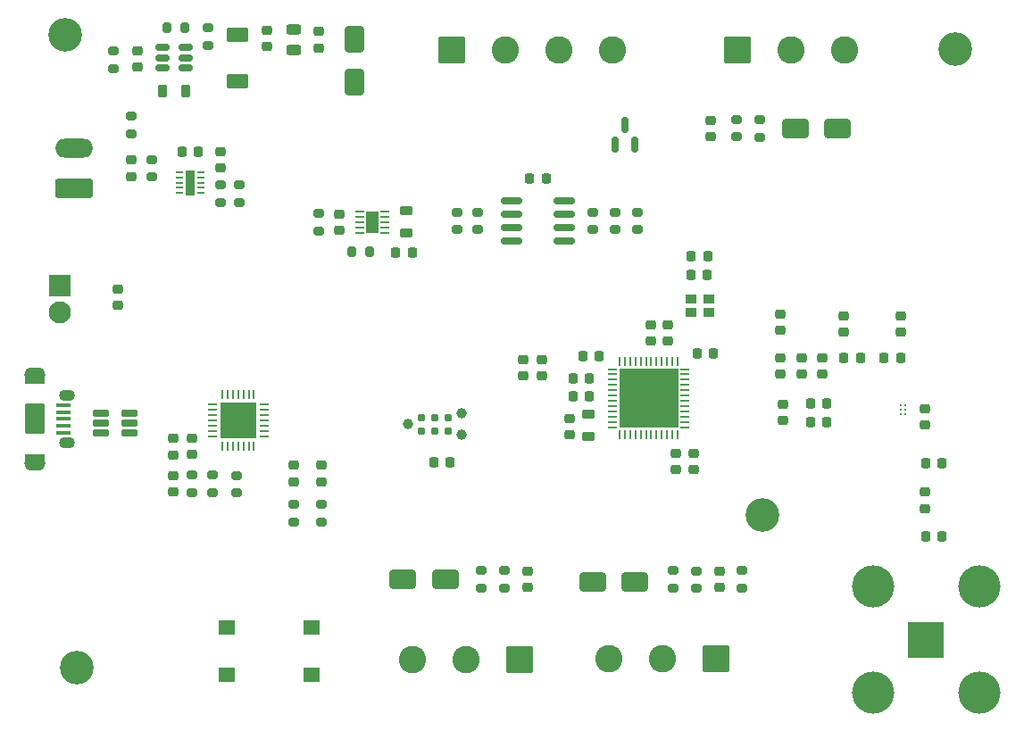
<source format=gbr>
%TF.GenerationSoftware,KiCad,Pcbnew,9.0.6*%
%TF.CreationDate,2025-12-23T13:53:16+01:00*%
%TF.ProjectId,demo wateranalyser,64656d6f-2077-4617-9465-72616e616c79,rev?*%
%TF.SameCoordinates,Original*%
%TF.FileFunction,Soldermask,Top*%
%TF.FilePolarity,Negative*%
%FSLAX46Y46*%
G04 Gerber Fmt 4.6, Leading zero omitted, Abs format (unit mm)*
G04 Created by KiCad (PCBNEW 9.0.6) date 2025-12-23 13:53:16*
%MOMM*%
%LPD*%
G01*
G04 APERTURE LIST*
G04 Aperture macros list*
%AMRoundRect*
0 Rectangle with rounded corners*
0 $1 Rounding radius*
0 $2 $3 $4 $5 $6 $7 $8 $9 X,Y pos of 4 corners*
0 Add a 4 corners polygon primitive as box body*
4,1,4,$2,$3,$4,$5,$6,$7,$8,$9,$2,$3,0*
0 Add four circle primitives for the rounded corners*
1,1,$1+$1,$2,$3*
1,1,$1+$1,$4,$5*
1,1,$1+$1,$6,$7*
1,1,$1+$1,$8,$9*
0 Add four rect primitives between the rounded corners*
20,1,$1+$1,$2,$3,$4,$5,0*
20,1,$1+$1,$4,$5,$6,$7,0*
20,1,$1+$1,$6,$7,$8,$9,0*
20,1,$1+$1,$8,$9,$2,$3,0*%
G04 Aperture macros list end*
%ADD10O,2.000000X1.400000*%
%ADD11R,1.900000X0.875000*%
%ADD12O,1.500000X1.100000*%
%ADD13RoundRect,0.250000X-0.700000X1.200000X-0.700000X-1.200000X0.700000X-1.200000X0.700000X1.200000X0*%
%ADD14RoundRect,0.100000X-0.575000X0.100000X-0.575000X-0.100000X0.575000X-0.100000X0.575000X0.100000X0*%
%ADD15C,3.200000*%
%ADD16RoundRect,0.218750X0.218750X0.256250X-0.218750X0.256250X-0.218750X-0.256250X0.218750X-0.256250X0*%
%ADD17RoundRect,0.250000X-1.050000X-1.050000X1.050000X-1.050000X1.050000X1.050000X-1.050000X1.050000X0*%
%ADD18C,2.600000*%
%ADD19RoundRect,0.200000X-0.275000X0.200000X-0.275000X-0.200000X0.275000X-0.200000X0.275000X0.200000X0*%
%ADD20RoundRect,0.218750X-0.381250X0.218750X-0.381250X-0.218750X0.381250X-0.218750X0.381250X0.218750X0*%
%ADD21RoundRect,0.225000X0.250000X-0.225000X0.250000X0.225000X-0.250000X0.225000X-0.250000X-0.225000X0*%
%ADD22RoundRect,0.200000X0.275000X-0.200000X0.275000X0.200000X-0.275000X0.200000X-0.275000X-0.200000X0*%
%ADD23RoundRect,0.225000X-0.250000X0.225000X-0.250000X-0.225000X0.250000X-0.225000X0.250000X0.225000X0*%
%ADD24RoundRect,0.225000X0.225000X0.250000X-0.225000X0.250000X-0.225000X-0.250000X0.225000X-0.250000X0*%
%ADD25RoundRect,0.218750X-0.218750X-0.381250X0.218750X-0.381250X0.218750X0.381250X-0.218750X0.381250X0*%
%ADD26RoundRect,0.250000X1.050000X1.050000X-1.050000X1.050000X-1.050000X-1.050000X1.050000X-1.050000X0*%
%ADD27RoundRect,0.218750X0.381250X-0.218750X0.381250X0.218750X-0.381250X0.218750X-0.381250X-0.218750X0*%
%ADD28RoundRect,0.250000X1.550000X-0.650000X1.550000X0.650000X-1.550000X0.650000X-1.550000X-0.650000X0*%
%ADD29O,3.600000X1.800000*%
%ADD30RoundRect,0.218750X-0.256250X0.218750X-0.256250X-0.218750X0.256250X-0.218750X0.256250X0.218750X0*%
%ADD31RoundRect,0.225000X-0.225000X-0.250000X0.225000X-0.250000X0.225000X0.250000X-0.225000X0.250000X0*%
%ADD32RoundRect,0.218750X0.256250X-0.218750X0.256250X0.218750X-0.256250X0.218750X-0.256250X-0.218750X0*%
%ADD33RoundRect,0.062500X-0.062500X-0.062500X0.062500X-0.062500X0.062500X0.062500X-0.062500X0.062500X0*%
%ADD34RoundRect,0.062500X-0.337500X-0.062500X0.337500X-0.062500X0.337500X0.062500X-0.337500X0.062500X0*%
%ADD35RoundRect,0.062500X-0.062500X-0.337500X0.062500X-0.337500X0.062500X0.337500X-0.062500X0.337500X0*%
%ADD36R,3.350000X3.350000*%
%ADD37RoundRect,0.150000X0.150000X-0.587500X0.150000X0.587500X-0.150000X0.587500X-0.150000X-0.587500X0*%
%ADD38RoundRect,0.250000X-1.000000X-0.650000X1.000000X-0.650000X1.000000X0.650000X-1.000000X0.650000X0*%
%ADD39RoundRect,0.062500X-0.350000X-0.062500X0.350000X-0.062500X0.350000X0.062500X-0.350000X0.062500X0*%
%ADD40R,1.200000X2.000000*%
%ADD41R,1.600000X1.400000*%
%ADD42RoundRect,0.200000X0.200000X0.275000X-0.200000X0.275000X-0.200000X-0.275000X0.200000X-0.275000X0*%
%ADD43RoundRect,0.150000X0.512500X0.150000X-0.512500X0.150000X-0.512500X-0.150000X0.512500X-0.150000X0*%
%ADD44C,0.990600*%
%ADD45C,0.787400*%
%ADD46RoundRect,0.250000X1.000000X0.650000X-1.000000X0.650000X-1.000000X-0.650000X1.000000X-0.650000X0*%
%ADD47RoundRect,0.243750X-0.456250X0.243750X-0.456250X-0.243750X0.456250X-0.243750X0.456250X0.243750X0*%
%ADD48RoundRect,0.162500X-0.617500X-0.162500X0.617500X-0.162500X0.617500X0.162500X-0.617500X0.162500X0*%
%ADD49RoundRect,0.250001X-0.799999X0.799999X-0.799999X-0.799999X0.799999X-0.799999X0.799999X0.799999X0*%
%ADD50C,2.100000*%
%ADD51RoundRect,0.218750X-0.218750X-0.256250X0.218750X-0.256250X0.218750X0.256250X-0.218750X0.256250X0*%
%ADD52RoundRect,0.062500X0.062500X-0.375000X0.062500X0.375000X-0.062500X0.375000X-0.062500X-0.375000X0*%
%ADD53RoundRect,0.062500X0.375000X-0.062500X0.375000X0.062500X-0.375000X0.062500X-0.375000X-0.062500X0*%
%ADD54R,5.600000X5.600000*%
%ADD55RoundRect,0.225000X0.325000X0.225000X-0.325000X0.225000X-0.325000X-0.225000X0.325000X-0.225000X0*%
%ADD56RoundRect,0.150000X-0.825000X-0.150000X0.825000X-0.150000X0.825000X0.150000X-0.825000X0.150000X0*%
%ADD57RoundRect,0.062500X-0.312500X-0.062500X0.312500X-0.062500X0.312500X0.062500X-0.312500X0.062500X0*%
%ADD58R,0.840000X2.400000*%
%ADD59R,3.500000X3.500000*%
%ADD60C,4.000000*%
%ADD61RoundRect,0.200000X-0.200000X-0.275000X0.200000X-0.275000X0.200000X0.275000X-0.200000X0.275000X0*%
%ADD62RoundRect,0.250000X-0.650000X1.000000X-0.650000X-1.000000X0.650000X-1.000000X0.650000X1.000000X0*%
%ADD63RoundRect,0.250000X-0.800000X0.450000X-0.800000X-0.450000X0.800000X-0.450000X0.800000X0.450000X0*%
G04 APERTURE END LIST*
D10*
%TO.C,J7*%
X127700000Y-62250000D03*
D11*
X127700000Y-61812500D03*
D12*
X130700000Y-60300000D03*
D13*
X127700000Y-58075000D03*
D12*
X130700000Y-55850000D03*
D11*
X127700000Y-54337500D03*
D10*
X127700000Y-53900000D03*
D14*
X130375000Y-56775000D03*
X130375000Y-57425000D03*
X130375000Y-58075000D03*
X130375000Y-58725000D03*
X130375000Y-59375000D03*
%TD*%
D15*
%TO.C,REF\u002A\u002A*%
X196700000Y-67200000D03*
%TD*%
D16*
%TO.C,FB3*%
X191500000Y-42600000D03*
X189925000Y-42600000D03*
%TD*%
D17*
%TO.C,J1*%
X167260000Y-23100000D03*
D18*
X172340000Y-23100000D03*
X177420000Y-23100000D03*
X182500000Y-23100000D03*
%TD*%
D19*
%TO.C,R23*%
X145300000Y-35875000D03*
X145300000Y-37525000D03*
%TD*%
D20*
%TO.C,L8*%
X162900000Y-38337500D03*
X162900000Y-40462500D03*
%TD*%
D21*
%TO.C,C32*%
X135600000Y-47275000D03*
X135600000Y-45725000D03*
%TD*%
D22*
%TO.C,R5*%
X167700000Y-40100000D03*
X167700000Y-38450000D03*
%TD*%
D19*
%TO.C,R20*%
X135100000Y-23175000D03*
X135100000Y-24825000D03*
%TD*%
D23*
%TO.C,C34*%
X149700000Y-21225000D03*
X149700000Y-22775000D03*
%TD*%
D22*
%TO.C,R15*%
X154850000Y-67850000D03*
X154850000Y-66200000D03*
%TD*%
%TO.C,R24*%
X138800000Y-35125000D03*
X138800000Y-33475000D03*
%TD*%
D24*
%TO.C,C6*%
X180300000Y-54200000D03*
X178750000Y-54200000D03*
%TD*%
D25*
%TO.C,L7*%
X139837500Y-27000000D03*
X141962500Y-27000000D03*
%TD*%
D26*
%TO.C,J3*%
X173700000Y-80900000D03*
D18*
X168620000Y-80900000D03*
X163540000Y-80900000D03*
%TD*%
D27*
%TO.C,L1*%
X180200000Y-59725000D03*
X180200000Y-57600000D03*
%TD*%
D28*
%TO.C,BT1*%
X131400000Y-36200000D03*
D29*
X131400000Y-32390000D03*
%TD*%
D19*
%TO.C,R27*%
X154600000Y-38575000D03*
X154600000Y-40225000D03*
%TD*%
D30*
%TO.C,D7*%
X154850000Y-62437500D03*
X154850000Y-64012500D03*
%TD*%
D23*
%TO.C,C4*%
X192600000Y-72525000D03*
X192600000Y-74075000D03*
%TD*%
D31*
%TO.C,C14*%
X165495000Y-62200000D03*
X167045000Y-62200000D03*
%TD*%
D15*
%TO.C,REF\u002A\u002A*%
X131700000Y-81700000D03*
%TD*%
D19*
%TO.C,R22*%
X136800000Y-29375000D03*
X136800000Y-31025000D03*
%TD*%
D17*
%TO.C,J2*%
X194340000Y-23100000D03*
D18*
X199420000Y-23100000D03*
X204500000Y-23100000D03*
%TD*%
D23*
%TO.C,C10*%
X142600000Y-59875000D03*
X142600000Y-61425000D03*
%TD*%
D32*
%TO.C,L3*%
X200400000Y-53850000D03*
X200400000Y-52275000D03*
%TD*%
D30*
%TO.C,FB2*%
X175800000Y-52425000D03*
X175800000Y-54000000D03*
%TD*%
D15*
%TO.C,REF\u002A\u002A*%
X215000000Y-23000000D03*
%TD*%
D22*
%TO.C,R19*%
X144100000Y-22625000D03*
X144100000Y-20975000D03*
%TD*%
%TO.C,R13*%
X146800000Y-65100000D03*
X146800000Y-63450000D03*
%TD*%
D33*
%TO.C,U4*%
X209800000Y-56800000D03*
X209800000Y-57200000D03*
X209800000Y-57600000D03*
X210200000Y-57600000D03*
X210200000Y-57200000D03*
X210200000Y-56800000D03*
%TD*%
D34*
%TO.C,U2*%
X144520000Y-56700000D03*
X144520000Y-57200000D03*
X144520000Y-57700000D03*
X144520000Y-58200000D03*
X144520000Y-58700000D03*
X144520000Y-59200000D03*
X144520000Y-59700000D03*
D35*
X145470000Y-60650000D03*
X145970000Y-60650000D03*
X146470000Y-60650000D03*
X146970000Y-60650000D03*
X147470000Y-60650000D03*
X147970000Y-60650000D03*
X148470000Y-60650000D03*
D34*
X149420000Y-59700000D03*
X149420000Y-59200000D03*
X149420000Y-58700000D03*
X149420000Y-58200000D03*
X149420000Y-57700000D03*
X149420000Y-57200000D03*
X149420000Y-56700000D03*
D35*
X148470000Y-55750000D03*
X147970000Y-55750000D03*
X147470000Y-55750000D03*
X146970000Y-55750000D03*
X146470000Y-55750000D03*
X145970000Y-55750000D03*
X145470000Y-55750000D03*
D36*
X146970000Y-58200000D03*
%TD*%
D19*
%TO.C,R7*%
X194225000Y-29677500D03*
X194225000Y-31327500D03*
%TD*%
D15*
%TO.C,REF\u002A\u002A*%
X130600000Y-21600000D03*
%TD*%
D37*
%TO.C,D2*%
X182700000Y-32072500D03*
X184600000Y-32072500D03*
X183650000Y-30197500D03*
%TD*%
D38*
%TO.C,D4*%
X162600000Y-73300000D03*
X166600000Y-73300000D03*
%TD*%
D39*
%TO.C,U7*%
X158487500Y-38400000D03*
X158487500Y-38900000D03*
X158487500Y-39400000D03*
X158487500Y-39900000D03*
X158487500Y-40400000D03*
X160912500Y-40400000D03*
X160912500Y-39900000D03*
X160912500Y-39400000D03*
X160912500Y-38900000D03*
X160912500Y-38400000D03*
D40*
X159700000Y-39400000D03*
%TD*%
D41*
%TO.C,SW1*%
X153900000Y-82350000D03*
X145900000Y-82350000D03*
X153900000Y-77850000D03*
X145900000Y-77850000D03*
%TD*%
D19*
%TO.C,R2*%
X182700000Y-38450000D03*
X182700000Y-40100000D03*
%TD*%
D42*
%TO.C,R21*%
X141900000Y-21000000D03*
X140250000Y-21000000D03*
%TD*%
D32*
%TO.C,FB1*%
X154600000Y-22875000D03*
X154600000Y-21300000D03*
%TD*%
D43*
%TO.C,U5*%
X142037500Y-24750000D03*
X142037500Y-23800000D03*
X142037500Y-22850000D03*
X139762500Y-22850000D03*
X139762500Y-23800000D03*
X139762500Y-24750000D03*
%TD*%
D31*
%TO.C,C38*%
X161925000Y-42300000D03*
X163475000Y-42300000D03*
%TD*%
D21*
%TO.C,C24*%
X204387500Y-49850000D03*
X204387500Y-48300000D03*
%TD*%
%TO.C,C16*%
X187700000Y-50700000D03*
X187700000Y-49150000D03*
%TD*%
%TO.C,C33*%
X137400000Y-24700000D03*
X137400000Y-23150000D03*
%TD*%
D23*
%TO.C,C19*%
X188500000Y-61325000D03*
X188500000Y-62875000D03*
%TD*%
%TO.C,C11*%
X178400000Y-58050000D03*
X178400000Y-59600000D03*
%TD*%
D44*
%TO.C,J5*%
X163060000Y-58565000D03*
X168140000Y-57549000D03*
X168140000Y-59581000D03*
D45*
X164330000Y-59200000D03*
X164330000Y-57930000D03*
X165600000Y-59200000D03*
X165600000Y-57930000D03*
X166870000Y-59200000D03*
X166870000Y-57930000D03*
%TD*%
D46*
%TO.C,D3*%
X203825000Y-30527500D03*
X199825000Y-30527500D03*
%TD*%
D19*
%TO.C,R18*%
X194760000Y-72450000D03*
X194760000Y-74100000D03*
%TD*%
D22*
%TO.C,R14*%
X152250000Y-67825000D03*
X152250000Y-66175000D03*
%TD*%
D32*
%TO.C,L2*%
X198400000Y-53825000D03*
X198400000Y-52250000D03*
%TD*%
D24*
%TO.C,C12*%
X191475000Y-44400000D03*
X189925000Y-44400000D03*
%TD*%
D47*
%TO.C,F1*%
X152200000Y-21162500D03*
X152200000Y-23037500D03*
%TD*%
D48*
%TO.C,U9*%
X133950000Y-57500000D03*
X133950000Y-58450000D03*
X133950000Y-59400000D03*
X136650000Y-59400000D03*
X136650000Y-58450000D03*
X136650000Y-57500000D03*
%TD*%
D23*
%TO.C,C20*%
X190200000Y-61350000D03*
X190200000Y-62900000D03*
%TD*%
D19*
%TO.C,R4*%
X180600000Y-38450000D03*
X180600000Y-40100000D03*
%TD*%
D21*
%TO.C,C25*%
X209787500Y-49850000D03*
X209787500Y-48300000D03*
%TD*%
D31*
%TO.C,C30*%
X201250000Y-56600000D03*
X202800000Y-56600000D03*
%TD*%
D26*
%TO.C,J4*%
X192285000Y-80827500D03*
D18*
X187205000Y-80827500D03*
X182125000Y-80827500D03*
%TD*%
D32*
%TO.C,L6*%
X198600000Y-58237500D03*
X198600000Y-56662500D03*
%TD*%
D23*
%TO.C,C3*%
X174400000Y-72525000D03*
X174400000Y-74075000D03*
%TD*%
D22*
%TO.C,R3*%
X184800000Y-40125000D03*
X184800000Y-38475000D03*
%TD*%
%TO.C,R10*%
X188200000Y-74125000D03*
X188200000Y-72475000D03*
%TD*%
D23*
%TO.C,C26*%
X212100000Y-57125000D03*
X212100000Y-58675000D03*
%TD*%
D49*
%TO.C,J8*%
X130100000Y-45460000D03*
D50*
X130100000Y-48000000D03*
%TD*%
D22*
%TO.C,R11*%
X190400000Y-74150000D03*
X190400000Y-72500000D03*
%TD*%
D23*
%TO.C,C9*%
X140800000Y-59925000D03*
X140800000Y-61475000D03*
%TD*%
D38*
%TO.C,D5*%
X180600000Y-73500000D03*
X184600000Y-73500000D03*
%TD*%
D31*
%TO.C,C23*%
X204437500Y-52250000D03*
X205987500Y-52250000D03*
%TD*%
D19*
%TO.C,R12*%
X142600000Y-63400000D03*
X142600000Y-65050000D03*
%TD*%
D51*
%TO.C,L4*%
X208212500Y-52250000D03*
X209787500Y-52250000D03*
%TD*%
D24*
%TO.C,C1*%
X176175000Y-35300000D03*
X174625000Y-35300000D03*
%TD*%
D31*
%TO.C,C28*%
X212150000Y-69200000D03*
X213700000Y-69200000D03*
%TD*%
D21*
%TO.C,C2*%
X191800000Y-31300000D03*
X191800000Y-29750000D03*
%TD*%
D52*
%TO.C,U3*%
X183150000Y-59537500D03*
X183650000Y-59537500D03*
X184150000Y-59537500D03*
X184650000Y-59537500D03*
X185150000Y-59537500D03*
X185650000Y-59537500D03*
X186150000Y-59537500D03*
X186650000Y-59537500D03*
X187150000Y-59537500D03*
X187650000Y-59537500D03*
X188150000Y-59537500D03*
X188650000Y-59537500D03*
D53*
X189337500Y-58850000D03*
X189337500Y-58350000D03*
X189337500Y-57850000D03*
X189337500Y-57350000D03*
X189337500Y-56850000D03*
X189337500Y-56350000D03*
X189337500Y-55850000D03*
X189337500Y-55350000D03*
X189337500Y-54850000D03*
X189337500Y-54350000D03*
X189337500Y-53850000D03*
X189337500Y-53350000D03*
D52*
X188650000Y-52662500D03*
X188150000Y-52662500D03*
X187650000Y-52662500D03*
X187150000Y-52662500D03*
X186650000Y-52662500D03*
X186150000Y-52662500D03*
X185650000Y-52662500D03*
X185150000Y-52662500D03*
X184650000Y-52662500D03*
X184150000Y-52662500D03*
X183650000Y-52662500D03*
X183150000Y-52662500D03*
D53*
X182462500Y-53350000D03*
X182462500Y-53850000D03*
X182462500Y-54350000D03*
X182462500Y-54850000D03*
X182462500Y-55350000D03*
X182462500Y-55850000D03*
X182462500Y-56350000D03*
X182462500Y-56850000D03*
X182462500Y-57350000D03*
X182462500Y-57850000D03*
X182462500Y-58350000D03*
X182462500Y-58850000D03*
D54*
X185900000Y-56100000D03*
%TD*%
D31*
%TO.C,C27*%
X212150000Y-62300000D03*
X213700000Y-62300000D03*
%TD*%
%TO.C,C18*%
X190525000Y-51900000D03*
X192075000Y-51900000D03*
%TD*%
D55*
%TO.C,Y1*%
X191600000Y-46700000D03*
X189900000Y-46700000D03*
X189900000Y-48000000D03*
X191600000Y-48000000D03*
%TD*%
D56*
%TO.C,U1*%
X172925000Y-37395000D03*
X172925000Y-38665000D03*
X172925000Y-39935000D03*
X172925000Y-41205000D03*
X177875000Y-41205000D03*
X177875000Y-39935000D03*
X177875000Y-38665000D03*
X177875000Y-37395000D03*
%TD*%
D24*
%TO.C,C15*%
X181200000Y-52100000D03*
X179650000Y-52100000D03*
%TD*%
D21*
%TO.C,C13*%
X186100000Y-50700000D03*
X186100000Y-49150000D03*
%TD*%
D57*
%TO.C,U6*%
X141400000Y-34650000D03*
X141400000Y-35150000D03*
X141400000Y-35650000D03*
X141400000Y-36150000D03*
X141400000Y-36650000D03*
X143400000Y-36650000D03*
X143400000Y-36150000D03*
X143400000Y-35650000D03*
X143400000Y-35150000D03*
X143400000Y-34650000D03*
D58*
X142400000Y-35650000D03*
%TD*%
D22*
%TO.C,R16*%
X144520000Y-65050000D03*
X144520000Y-63400000D03*
%TD*%
D23*
%TO.C,C8*%
X140800000Y-63450000D03*
X140800000Y-65000000D03*
%TD*%
D30*
%TO.C,D6*%
X152250000Y-62437500D03*
X152250000Y-64012500D03*
%TD*%
D23*
%TO.C,C37*%
X156600000Y-38650000D03*
X156600000Y-40200000D03*
%TD*%
D21*
%TO.C,C5*%
X174000000Y-54012500D03*
X174000000Y-52462500D03*
%TD*%
%TO.C,C21*%
X198400000Y-49650000D03*
X198400000Y-48100000D03*
%TD*%
D59*
%TO.C,J6*%
X212200000Y-79000000D03*
D60*
X217225000Y-84025000D03*
X217225000Y-73975000D03*
X207175000Y-84025000D03*
X207175000Y-73975000D03*
%TD*%
D21*
%TO.C,C35*%
X145300000Y-34275000D03*
X145300000Y-32725000D03*
%TD*%
D19*
%TO.C,R6*%
X196425000Y-29702500D03*
X196425000Y-31352500D03*
%TD*%
%TO.C,R1*%
X169700000Y-38450000D03*
X169700000Y-40100000D03*
%TD*%
D22*
%TO.C,R25*%
X147100000Y-37525000D03*
X147100000Y-35875000D03*
%TD*%
D30*
%TO.C,L5*%
X212125000Y-65025000D03*
X212125000Y-66600000D03*
%TD*%
D22*
%TO.C,R8*%
X170000000Y-74125000D03*
X170000000Y-72475000D03*
%TD*%
D61*
%TO.C,R26*%
X157775000Y-42200000D03*
X159425000Y-42200000D03*
%TD*%
D62*
%TO.C,D1*%
X158000000Y-22100000D03*
X158000000Y-26100000D03*
%TD*%
D22*
%TO.C,R9*%
X172200000Y-74125000D03*
X172200000Y-72475000D03*
%TD*%
D31*
%TO.C,C29*%
X201250000Y-58350000D03*
X202800000Y-58350000D03*
%TD*%
D23*
%TO.C,C22*%
X202400000Y-52300000D03*
X202400000Y-53850000D03*
%TD*%
D32*
%TO.C,D9*%
X136800000Y-35075000D03*
X136800000Y-33500000D03*
%TD*%
D63*
%TO.C,D8*%
X146900000Y-21600000D03*
X146900000Y-26000000D03*
%TD*%
D31*
%TO.C,C36*%
X141625000Y-32700000D03*
X143175000Y-32700000D03*
%TD*%
D24*
%TO.C,C7*%
X180300000Y-55900000D03*
X178750000Y-55900000D03*
%TD*%
M02*

</source>
